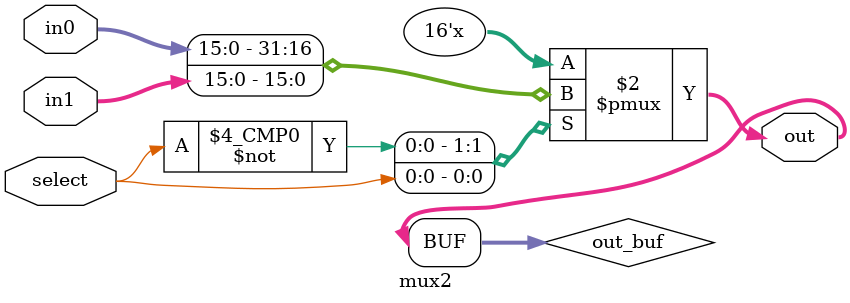
<source format=v>
`timescale 1ns/1ps
`define MEM_DEPTH  1024
`define MEM_WIDTH  8
`define WORD_WIDTH 16

/*
 * Address Multiplexer (2:1)
 * 0: winnerPolicy
 * 1: randomGenerator
 */

module mux2(select, out, in0, in1);
	input select;
	input[`WORD_WIDTH-1:0] in0, in1;
	output[`WORD_WIDTH-1:0] out;

	reg [`WORD_WIDTH-1:0] out_buf;

	always @(*) begin
		case(select)
			0 : out_buf = in0;
			1 : out_buf = in1;
		endcase
	end
	assign out = out_buf;
endmodule
</source>
